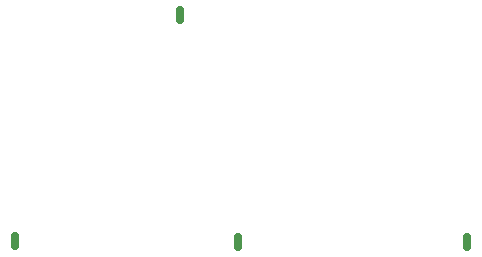
<source format=gtp>
%TF.GenerationSoftware,KiCad,Pcbnew,7.0.9-7.0.9~ubuntu22.04.1*%
%TF.CreationDate,2023-11-09T12:16:25-08:00*%
%TF.ProjectId,SST60,53535436-302e-46b6-9963-61645f706362,0.1*%
%TF.SameCoordinates,Original*%
%TF.FileFunction,Paste,Top*%
%TF.FilePolarity,Positive*%
%FSLAX46Y46*%
G04 Gerber Fmt 4.6, Leading zero omitted, Abs format (unit mm)*
G04 Created by KiCad (PCBNEW 7.0.9-7.0.9~ubuntu22.04.1) date 2023-11-09 12:16:25*
%MOMM*%
%LPD*%
G01*
G04 APERTURE LIST*
G04 Aperture macros list*
%AMRoundRect*
0 Rectangle with rounded corners*
0 $1 Rounding radius*
0 $2 $3 $4 $5 $6 $7 $8 $9 X,Y pos of 4 corners*
0 Add a 4 corners polygon primitive as box body*
4,1,4,$2,$3,$4,$5,$6,$7,$8,$9,$2,$3,0*
0 Add four circle primitives for the rounded corners*
1,1,$1+$1,$2,$3*
1,1,$1+$1,$4,$5*
1,1,$1+$1,$6,$7*
1,1,$1+$1,$8,$9*
0 Add four rect primitives between the rounded corners*
20,1,$1+$1,$2,$3,$4,$5,0*
20,1,$1+$1,$4,$5,$6,$7,0*
20,1,$1+$1,$6,$7,$8,$9,0*
20,1,$1+$1,$8,$9,$2,$3,0*%
G04 Aperture macros list end*
%ADD10RoundRect,0.150000X0.150000X-0.587500X0.150000X0.587500X-0.150000X0.587500X-0.150000X-0.587500X0*%
G04 APERTURE END LIST*
D10*
%TO.C,A*%
X73740000Y-88097500D03*
%TD*%
%TO.C,W*%
X87740000Y-68957500D03*
%TD*%
%TO.C,S*%
X92590000Y-88187500D03*
%TD*%
%TO.C,D*%
X112030000Y-88207500D03*
%TD*%
M02*

</source>
